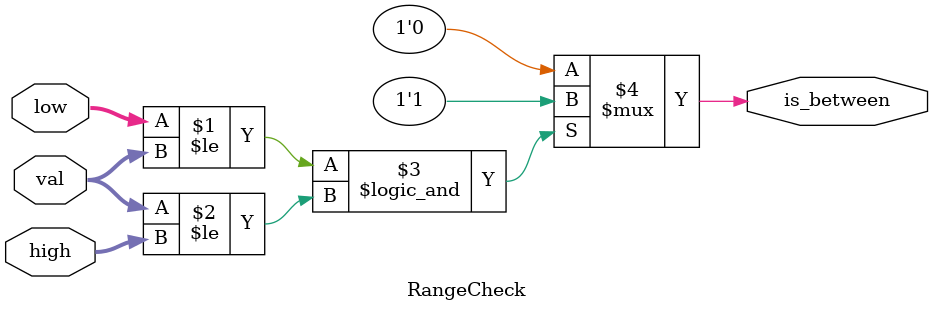
<source format=sv>
module RangeCheck
    #(parameter  WIDTH = 8)
    (input logic [WIDTH-1:0] low,
    input logic [WIDTH-1:0] high,
    input logic [WIDTH-1:0] val,
    output logic is_between);

    assign is_between = (low <= val  &&  val <= high) ? 1'b1: 1'b0;
endmodule
</source>
